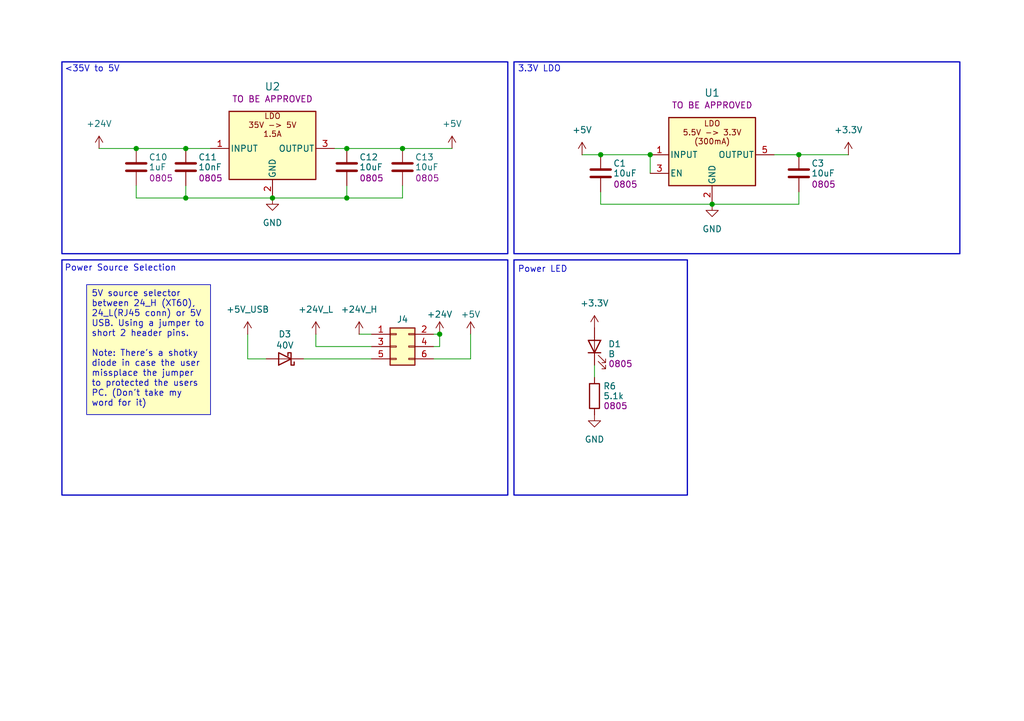
<source format=kicad_sch>
(kicad_sch (version 20231120) (generator "eeschema") (generator_version "8.0")
  (paper "A5")
  (title_block (title "ARM-JL Driver") (date "2025-02-03") (rev "REV0") (company "RobotiqueUdeS") (comment 1 "Made by Philippe Michaud"))
  (lib_symbols
    (symbol "Connector_Generic:Conn_02x03_Odd_Even" (pin_names (offset 1.016) hide)
      (property "Reference" "J" (at 1.27 5.08 0))
      (property "Value" "Conn_02x03_Odd_Even" (at 1.27 -5.08 0))
      (symbol "Conn_02x03_Odd_Even_1_1"
        (rectangle (start -1.27 -2.413) (end 0 -2.667) (stroke (width 0.1524)))
        (rectangle (start -1.27 0.127) (end 0 -0.127) (stroke (width 0.1524)))
        (rectangle (start -1.27 2.667) (end 0 2.413) (stroke (width 0.1524)))
        (rectangle (start -1.27 3.81) (end 3.81 -3.81) (stroke (width 0.254)) (fill (type background)))
        (rectangle (start 3.81 -2.413) (end 2.54 -2.667) (stroke (width 0.1524)))
        (rectangle (start 3.81 0.127) (end 2.54 -0.127) (stroke (width 0.1524)))
        (rectangle (start 3.81 2.667) (end 2.54 2.413) (stroke (width 0.1524)))
        (pin passive line (at -5.08 2.54 0) (length 3.81) (name "Pin_1") (number "1"))
        (pin passive line (at 7.62 2.54 180) (length 3.81) (name "Pin_2") (number "2"))
        (pin passive line (at -5.08 0 0) (length 3.81) (name "Pin_3") (number "3"))
        (pin passive line (at 7.62 0 180) (length 3.81) (name "Pin_4") (number "4"))
        (pin passive line (at -5.08 -2.54 0) (length 3.81) (name "Pin_5") (number "5"))
        (pin passive line (at 7.62 -2.54 180) (length 3.81) (name "Pin_6") (number "6"))
      )
    )
    (symbol "Device:D_Schottky" (pin_numbers hide) (pin_names (offset 1.016) hide)
      (property "Reference" "D" (at 0 2.54 0))
      (property "Value" "D_Schottky" (at 0 -2.54 0))
      (symbol "D_Schottky_0_1"
        (polyline (pts (xy 1.27 0) (xy -1.27 0)))
        (polyline (pts (xy 1.27 1.27) (xy 1.27 -1.27) (xy -1.27 0) (xy 1.27 1.27)) (stroke (width 0.254)))
        (polyline (pts (xy -1.905 0.635) (xy -1.905 1.27) (xy -1.27 1.27) (xy -1.27 -1.27) (xy -0.635 -1.27) (xy -0.635 -0.635)) (stroke (width 0.254)))
      )
      (symbol "D_Schottky_1_1"
        (pin passive line (at -3.81 0 0) (length 2.54) (name "K") (number "1"))
        (pin passive line (at 3.81 0 180) (length 2.54) (name "A") (number "2"))
      )
    )
    (symbol "RoverLibrary:C_0805" (pin_numbers hide) (pin_names (offset 0.254))
      (property "Reference" "C" (at 2.54 2.032 0))
      (property "Value" "~" (at 2.54 0 0))
      (property "Package" "0805" (at 2.54 -2.286 0))
      (symbol "C_0805_0_1"
        (polyline (pts (xy -2.032 -0.762) (xy 2.032 -0.762)) (stroke (width 0.508)))
        (polyline (pts (xy -2.032 0.762) (xy 2.032 0.762)) (stroke (width 0.508)))
      )
      (symbol "C_0805_1_1"
        (pin passive line (at 0 3.81 270) (length 2.794) (name "~") (number "1"))
        (pin passive line (at 0 -3.81 90) (length 2.794) (name "~") (number "2"))
      )
    )
    (symbol "RoverLibrary:LDO-LM7805MPX/NOPB" (pin_names (offset 0.254))
      (property "Reference" "U" (at 0 1.27 0))
      (property "STATUS" "TO BE APPROVED" (at 0 3.048 0))
      (symbol "LDO-LM7805MPX/NOPB_1_1"
        (rectangle (start -8.89 0) (end 8.89 -13.97) (stroke (width 0.254)) (fill (type background)))
        (text "LDO\n35V -> 5V\n1.5A\n" (at 0 -2.794 0) (effects (font (size 1.143 1.143))))
        (pin power_in line (at -12.7 -7.62 0) (length 3.81) (name "INPUT") (number "1"))
        (pin power_in line (at 0 -17.78 90) (length 3.81) (name "GND") (number "2"))
        (pin power_out line (at 12.7 -7.62 180) (length 3.81) (name "OUTPUT") (number "3"))
      )
    )
    (symbol "RoverLibrary:LDO-TLV74033PDBVR" (pin_names (offset 0.254))
      (property "Reference" "U" (at 0 1.27 0))
      (property "STATUS" "TO BE APPROVED" (at 0 3.048 0))
      (symbol "LDO-TLV74033PDBVR_1_1"
        (rectangle (start -8.89 0) (end 8.89 -13.97) (stroke (width 0.254)) (fill (type background)))
        (text "LDO\n5.5V -> 3.3V\n(300mA)" (at 0 -3.048 0) (effects (font (size 1.143 1.143))))
        (pin power_in line (at -12.7 -7.62 0) (length 3.81) (name "INPUT") (number "1"))
        (pin power_in line (at 0 -17.78 90) (length 3.81) (name "GND") (number "2"))
        (pin input line (at -12.7 -11.43 0) (length 3.81) (name "EN") (number "3"))
        (pin no_connect line (at 12.7 -11.43 180) (length 3.81) hide (name "NC") (number "4"))
        (pin power_out line (at 12.7 -7.62 180) (length 3.81) (name "OUTPUT") (number "5"))
      )
    )
    (symbol "RoverLibrary:LED" (pin_numbers hide) (pin_names (offset 1.016) hide)
      (property "Reference" "D" (at 0 2.54 0))
      (property "Value" "LED" (at 0 -2.54 0))
      (symbol "LED_0_1"
        (polyline (pts (xy -1.27 -1.27) (xy -1.27 1.27)) (stroke (width 0.254)))
        (polyline (pts (xy -1.27 0) (xy 1.27 0)))
        (polyline (pts (xy 1.27 -1.27) (xy 1.27 1.27) (xy -1.27 0) (xy 1.27 -1.27)) (stroke (width 0.254)))
        (polyline (pts (xy -3.048 -0.762) (xy -4.572 -2.286) (xy -3.81 -2.286) (xy -4.572 -2.286) (xy -4.572 -1.524)))
        (polyline (pts (xy -1.778 -0.762) (xy -3.302 -2.286) (xy -2.54 -2.286) (xy -3.302 -2.286) (xy -3.302 -1.524)))
      )
      (symbol "LED_1_1"
        (pin passive line (at -3.81 0 0) (length 2.54) (name "K") (number "1"))
        (pin passive line (at 3.81 0 180) (length 2.54) (name "A") (number "2"))
      )
    )
    (symbol "RoverLibrary:R_0805" (pin_numbers hide) (pin_names (offset 0))
      (property "Reference" "R" (at 2.032 0 90))
      (property "Value" "k" (at 0 0 90))
      (property "Package" "0805" (at -2.286 0 90))
      (symbol "R_0805_0_1"
        (rectangle (start -1.016 -2.54) (end 1.016 2.54) (stroke (width 0.254)))
      )
      (symbol "R_0805_1_1"
        (pin passive line (at 0 3.81 270) (length 1.27) (name "~") (number "1"))
        (pin passive line (at 0 -3.81 90) (length 1.27) (name "~") (number "2"))
      )
    )
    (symbol "power:+24V" (power) (pin_numbers hide) (pin_names (offset 0) hide)
      (property "Value" "+24V" (at 0 3.556 0))
      (symbol "+24V_0_1"
        (polyline (pts (xy -0.762 1.27) (xy 0 2.54)))
        (polyline (pts (xy 0 0) (xy 0 2.54)))
        (polyline (pts (xy 0 2.54) (xy 0.762 1.27)))
      )
      (symbol "+24V_1_1"
        (pin power_in line (at 0 0 90) (length 0) (name "~") (number "1"))
      )
    )
    (symbol "power:+3.3V" (power) (pin_numbers hide) (pin_names (offset 0) hide)
      (property "Value" "+3.3V" (at 0 3.556 0))
      (symbol "+3.3V_0_1"
        (polyline (pts (xy -0.762 1.27) (xy 0 2.54)))
        (polyline (pts (xy 0 0) (xy 0 2.54)))
        (polyline (pts (xy 0 2.54) (xy 0.762 1.27)))
      )
      (symbol "+3.3V_1_1"
        (pin power_in line (at 0 0 90) (length 0) (name "~") (number "1"))
      )
    )
    (symbol "power:+5V" (power) (pin_numbers hide) (pin_names (offset 0) hide)
      (property "Value" "+5V" (at 0 3.556 0))
      (symbol "+5V_0_1"
        (polyline (pts (xy -0.762 1.27) (xy 0 2.54)))
        (polyline (pts (xy 0 0) (xy 0 2.54)))
        (polyline (pts (xy 0 2.54) (xy 0.762 1.27)))
      )
      (symbol "+5V_1_1"
        (pin power_in line (at 0 0 90) (length 0) (name "~") (number "1"))
      )
    )
    (symbol "power:GND" (power) (pin_numbers hide) (pin_names (offset 0) hide)
      (property "Value" "GND" (at 0 -3.81 0))
      (symbol "GND_0_1"
        (polyline (pts (xy 0 0) (xy 0 -1.27) (xy 1.27 -1.27) (xy 0 -2.54) (xy -1.27 -1.27) (xy 0 -1.27)))
      )
      (symbol "GND_1_1"
        (pin power_in line (at 0 0 270) (length 0) (name "~") (number "1"))
      )
    )
  )
  (junction (at 71.12 40.64))
  (junction (at 27.94 30.48))
  (junction (at 123.19 31.75))
  (junction (at 71.12 30.48))
  (junction (at 55.88 40.64))
  (junction (at 90.17 68.58))
  (junction (at 38.1 40.64))
  (junction (at 146.05 41.91))
  (junction (at 38.1 30.48))
  (junction (at 133.35 31.75))
  (junction (at 82.55 30.48))
  (junction (at 163.83 31.75))
  (wire (pts (xy 158.75 31.75) (xy 163.83 31.75)))
  (wire (pts (xy 71.12 40.64) (xy 55.88 40.64)))
  (wire (pts (xy 92.71 30.48) (xy 82.55 30.48)))
  (wire (pts (xy 71.12 30.48) (xy 68.58 30.48)))
  (wire (pts (xy 133.35 31.75) (xy 133.35 35.56)))
  (wire (pts (xy 64.77 68.58) (xy 64.77 71.12)))
  (wire (pts (xy 27.94 40.64) (xy 38.1 40.64)))
  (wire (pts (xy 38.1 30.48) (xy 43.18 30.48)))
  (wire (pts (xy 38.1 40.64) (xy 55.88 40.64)))
  (wire (pts (xy 38.1 38.1) (xy 38.1 40.64)))
  (wire (pts (xy 121.92 77.47) (xy 121.92 74.93)))
  (wire (pts (xy 90.17 68.58) (xy 88.9 68.58)))
  (wire (pts (xy 73.66 68.58) (xy 76.2 68.58)))
  (wire (pts (xy 163.83 31.75) (xy 173.99 31.75)))
  (wire (pts (xy 27.94 38.1) (xy 27.94 40.64)))
  (wire (pts (xy 50.8 73.66) (xy 50.8 68.58)))
  (wire (pts (xy 96.52 73.66) (xy 96.52 68.58)))
  (wire (pts (xy 146.05 41.91) (xy 163.83 41.91)))
  (wire (pts (xy 71.12 30.48) (xy 82.55 30.48)))
  (wire (pts (xy 20.32 30.48) (xy 27.94 30.48)))
  (wire (pts (xy 82.55 38.1) (xy 82.55 40.64)))
  (wire (pts (xy 88.9 71.12) (xy 90.17 71.12)))
  (wire (pts (xy 123.19 41.91) (xy 146.05 41.91)))
  (wire (pts (xy 123.19 31.75) (xy 133.35 31.75)))
  (wire (pts (xy 82.55 40.64) (xy 71.12 40.64)))
  (wire (pts (xy 88.9 73.66) (xy 96.52 73.66)))
  (wire (pts (xy 119.38 31.75) (xy 123.19 31.75)))
  (wire (pts (xy 54.61 73.66) (xy 50.8 73.66)))
  (wire (pts (xy 64.77 71.12) (xy 76.2 71.12)))
  (wire (pts (xy 90.17 71.12) (xy 90.17 68.58)))
  (wire (pts (xy 123.19 39.37) (xy 123.19 41.91)))
  (wire (pts (xy 62.23 73.66) (xy 76.2 73.66)))
  (wire (pts (xy 71.12 38.1) (xy 71.12 40.64)))
  (wire (pts (xy 27.94 30.48) (xy 38.1 30.48)))
  (wire (pts (xy 163.83 39.37) (xy 163.83 41.91)))
  (rectangle (start 105.41 12.7) (end 196.85 52.07) (stroke (width 0.254)))
  (rectangle (start 12.7 12.7) (end 104.14 52.07) (stroke (width 0.254)))
  (rectangle (start 12.7 53.34) (end 104.14 101.6) (stroke (width 0.254)))
  (rectangle (start 105.41 53.34) (end 140.97 101.6) (stroke (width 0.254)))
  (text_box "5V source selector between 24_H (XT60), 24_L(RJ45 conn) or 5V USB. Using a jumper to short 2 header pins.\n\nNote: There's a shotky diode in case the user missplace the jumper to protected the users PC. (Don't take my word for it)" (at 17.78 58.42 0) (size 25.4 26.67) (fill (type color) (color 255 255 194 1)) (effects (font (size 1.27 1.27)) (justify left top)))
  (text "3.3V LDO" (at 106.172 14.224 0) (effects (font (size 1.27 1.27)) (justify left)))
  (text "Power LED" (at 106.172 55.372 0) (effects (font (size 1.27 1.27)) (justify left)))
  (text "<35V to 5V" (at 13.208 14.224 0) (effects (font (size 1.27 1.27)) (justify left)))
  (text "Power Source Selection" (at 13.208 55.118 0) (effects (font (size 1.27 1.27)) (justify left)))
  (symbol (lib_id "RoverLibrary:LDO-LM7805MPX/NOPB") (at 55.88 22.86 0) (unit 1)
    (property "Reference" "U2" (at 55.88 17.78 0) (effects (font (size 1.524 1.524))))
    (property "Value" "LDO-LM7805MPX/NOPB" (effects (hide yes)))
    (property "Footprint" "Package_TO_SOT_SMD:SOT-223-3_TabPin2" (effects (hide yes)))
    (property "Datasheet" "https://www.ti.com/lit/ds/symlink/lm7800.pdf" (effects (hide yes)))
    (property "Description" "7.5V-35V To 5V LDO. 1.5A" (effects (hide yes)))
    (property "STATUS" "TO BE APPROVED" (at 55.88 20.32 0))
  )
  (symbol (lib_id "RoverLibrary:C_0805") (at 38.1 34.29 0) (unit 1)
    (property "Reference" "C11" (at 40.64 32.258 0) (effects (justify left)))
    (property "Value" "10nF" (at 40.64 34.29 0) (effects (justify left)))
    (property "Footprint" "Capacitor_SMD:C_0805_2012Metric_Pad1.18x1.45mm_HandSolder" (effects (hide yes)))
    (property "Description" "Unpolarized capacitor" (effects (hide yes)))
    (property "Package" "0805" (at 40.64 36.576 0) (effects (justify left)))
  )
  (symbol (lib_id "Device:D_Schottky") (at 58.42 73.66 180) (unit 1)
    (property "Reference" "D3" (at 58.42 68.58 0))
    (property "Value" "40V" (at 58.42 70.866 0))
    (property "Footprint" "Diode_SMD:D_SMA" (effects (hide yes)))
    (property "Description" "Schottky diode" (effects (hide yes)))
  )
  (symbol (lib_id "RoverLibrary:LED") (at 121.92 71.12 90) (unit 1)
    (property "Reference" "D1" (at 124.714 70.612 90) (effects (justify right)))
    (property "Value" "B" (at 124.714 72.644 90) (effects (justify right)))
    (property "Footprint" "LED_SMD:LED_0805_2012Metric_Pad1.15x1.40mm_HandSolder" (effects (hide yes)))
    (property "Description" "Light emitting diode" (effects (hide yes)))
    (property "Package" "0805" (at 124.714 74.676 90) (effects (justify right)))
  )
  (symbol (lib_id "power:+5V") (at 20.32 30.48 0) (unit 1)
    (property "Reference" "#PWR027" (effects (hide yes)))
    (property "Value" "+24V" (at 20.32 25.4 0))
    (property "Description" "Power symbol creates a global label with name \"+5V\"" (effects (hide yes)))
  )
  (symbol (lib_id "power:+24V") (at 90.17 68.58 0) (mirror y) (unit 1)
    (property "Reference" "#PWR048" (effects (hide yes)))
    (property "Value" "+24V" (at 90.17 64.516 0))
    (property "Description" "Power symbol creates a global label with name \"+24V\"" (effects (hide yes)))
  )
  (symbol (lib_id "power:+3.3V") (at 121.92 67.31 0) (unit 1)
    (property "Reference" "#PWR011" (effects (hide yes)))
    (property "Value" "+3.3V" (at 121.92 62.23 0))
    (property "Description" "Power symbol creates a global label with name \"+3.3V\"" (effects (hide yes)))
  )
  (symbol (lib_id "RoverLibrary:C_0805") (at 163.83 35.56 0) (unit 1)
    (property "Reference" "C3" (at 166.37 33.528 0) (effects (justify left)))
    (property "Value" "10uF" (at 166.37 35.56 0) (effects (justify left)))
    (property "Footprint" "Capacitor_SMD:C_0805_2012Metric_Pad1.18x1.45mm_HandSolder" (effects (hide yes)))
    (property "Description" "Unpolarized capacitor" (effects (hide yes)))
    (property "Package" "0805" (at 166.37 37.846 0) (effects (justify left)))
  )
  (symbol (lib_id "RoverLibrary:C_0805") (at 27.94 34.29 0) (unit 1)
    (property "Reference" "C10" (at 30.48 32.258 0) (effects (justify left)))
    (property "Value" "1uF" (at 30.48 34.29 0) (effects (justify left)))
    (property "Footprint" "Capacitor_SMD:C_0805_2012Metric_Pad1.18x1.45mm_HandSolder" (effects (hide yes)))
    (property "Description" "Unpolarized capacitor" (effects (hide yes)))
    (property "Package" "0805" (at 30.48 36.576 0) (effects (justify left)))
  )
  (symbol (lib_id "power:GND") (at 55.88 40.64 0) (unit 1)
    (property "Reference" "#PWR028" (effects (hide yes)))
    (property "Value" "GND" (at 55.88 45.72 0))
    (property "Description" "Power symbol creates a global label with name \"GND\" , ground" (effects (hide yes)))
  )
  (symbol (lib_id "RoverLibrary:C_0805") (at 82.55 34.29 0) (unit 1)
    (property "Reference" "C13" (at 85.09 32.258 0) (effects (justify left)))
    (property "Value" "10uF" (at 85.09 34.29 0) (effects (justify left)))
    (property "Footprint" "Capacitor_SMD:C_0805_2012Metric_Pad1.18x1.45mm_HandSolder" (effects (hide yes)))
    (property "Description" "Unpolarized capacitor" (effects (hide yes)))
    (property "Package" "0805" (at 85.09 36.576 0) (effects (justify left)))
  )
  (symbol (lib_id "power:+5V") (at 119.38 31.75 0) (unit 1)
    (property "Reference" "#PWR01" (effects (hide yes)))
    (property "Value" "+5V" (at 119.38 26.67 0))
    (property "Description" "Power symbol creates a global label with name \"+5V\"" (effects (hide yes)))
  )
  (symbol (lib_id "power:+24V") (at 64.77 68.58 0) (mirror y) (unit 1)
    (property "Reference" "#PWR047" (effects (hide yes)))
    (property "Value" "+24V_L" (at 64.77 63.5 0))
    (property "Description" "Power symbol creates a global label with name \"+24V\"" (effects (hide yes)))
  )
  (symbol (lib_id "power:GND") (at 121.92 85.09 0) (unit 1)
    (property "Reference" "#PWR049" (effects (hide yes)))
    (property "Value" "GND" (at 121.92 90.17 0))
    (property "Description" "Power symbol creates a global label with name \"GND\" , ground" (effects (hide yes)))
  )
  (symbol (lib_id "RoverLibrary:C_0805") (at 123.19 35.56 0) (unit 1)
    (property "Reference" "C1" (at 125.73 33.528 0) (effects (justify left)))
    (property "Value" "10uF" (at 125.73 35.56 0) (effects (justify left)))
    (property "Footprint" "Capacitor_SMD:C_0805_2012Metric_Pad1.18x1.45mm_HandSolder" (effects (hide yes)))
    (property "Description" "Unpolarized capacitor" (effects (hide yes)))
    (property "Package" "0805" (at 125.73 37.846 0) (effects (justify left)))
  )
  (symbol (lib_id "power:+3.3V") (at 173.99 31.75 0) (unit 1)
    (property "Reference" "#PWR03" (effects (hide yes)))
    (property "Value" "+3.3V" (at 173.99 26.67 0))
    (property "Description" "Power symbol creates a global label with name \"+3.3V\"" (effects (hide yes)))
  )
  (symbol (lib_id "RoverLibrary:LDO-TLV74033PDBVR") (at 146.05 24.13 0) (unit 1)
    (property "Reference" "U1" (at 146.05 19.05 0) (effects (font (size 1.524 1.524))))
    (property "Value" "LDO-TLV74033PDBVR" (effects (hide yes)))
    (property "Footprint" "Package_TO_SOT_SMD:SOT-23-5_HandSoldering" (effects (hide yes)))
    (property "Datasheet" "https://mm.digikey.com/Volume0/opasdata/d220001/medias/docus/5334/TLV740P_DS.pdf" (effects (hide yes)))
    (property "Description" "LDO Fixed output 3.3V. Input range: 3.7V-5.5V. 300mA" (effects (hide yes)))
    (property "STATUS" "TO BE APPROVED" (at 146.05 21.59 0))
    (property "Digikey" "https://www.digikey.ca/en/products/detail/texas-instruments/TLV74033PDBVR/12642183" (effects (hide yes)))
  )
  (symbol (lib_id "power:GND") (at 146.05 41.91 0) (unit 1)
    (property "Reference" "#PWR02" (effects (hide yes)))
    (property "Value" "GND" (at 146.05 46.99 0))
    (property "Description" "Power symbol creates a global label with name \"GND\" , ground" (effects (hide yes)))
  )
  (symbol (lib_id "power:+5V") (at 50.8 68.58 0) (unit 1)
    (property "Reference" "#PWR013" (effects (hide yes)))
    (property "Value" "+5V_USB" (at 50.8 63.5 0))
    (property "Description" "Power symbol creates a global label with name \"+5V\"" (effects (hide yes)))
  )
  (symbol (lib_id "RoverLibrary:C_0805") (at 71.12 34.29 0) (unit 1)
    (property "Reference" "C12" (at 73.66 32.258 0) (effects (justify left)))
    (property "Value" "10uF" (at 73.66 34.29 0) (effects (justify left)))
    (property "Footprint" "Capacitor_SMD:C_0805_2012Metric_Pad1.18x1.45mm_HandSolder" (effects (hide yes)))
    (property "Description" "Unpolarized capacitor" (effects (hide yes)))
    (property "Package" "0805" (at 73.66 36.576 0) (effects (justify left)))
  )
  (symbol (lib_id "RoverLibrary:R_0805") (at 121.92 81.28 180) (unit 1)
    (property "Reference" "R6" (at 123.698 79.248 0) (effects (justify right)))
    (property "Value" "5.1k" (at 123.698 81.28 0) (effects (justify right)))
    (property "Footprint" "Resistor_SMD:R_0805_2012Metric_Pad1.20x1.40mm_HandSolder" (effects (hide yes)))
    (property "Description" "Resistor" (effects (hide yes)))
    (property "Package" "0805" (at 123.698 83.312 0) (effects (justify right)))
  )
  (symbol (lib_id "power:+5V") (at 92.71 30.48 0) (unit 1)
    (property "Reference" "#PWR029" (effects (hide yes)))
    (property "Value" "+5V" (at 92.71 25.4 0))
    (property "Description" "Power symbol creates a global label with name \"+5V\"" (effects (hide yes)))
  )
  (symbol (lib_id "power:+5V") (at 96.52 68.58 0) (unit 1)
    (property "Reference" "#PWR014" (effects (hide yes)))
    (property "Value" "+5V" (at 96.52 64.516 0))
    (property "Description" "Power symbol creates a global label with name \"+5V\"" (effects (hide yes)))
  )
  (symbol (lib_id "power:+24V") (at 73.66 68.58 0) (unit 1)
    (property "Reference" "#PWR046" (effects (hide yes)))
    (property "Value" "+24V_H" (at 73.66 63.5 0))
    (property "Description" "Power symbol creates a global label with name \"+24V\"" (effects (hide yes)))
  )
  (symbol (lib_id "Connector_Generic:Conn_02x03_Odd_Even") (at 81.28 71.12 0) (unit 1)
    (property "Reference" "J4" (at 82.55 65.532 0))
    (property "Value" "Conn_02x03_Odd_Even" (effects (hide yes)))
    (property "Footprint" "Connector_PinHeader_2.54mm:PinHeader_2x03_P2.54mm_Vertical_SMD" (effects (hide yes)))
    (property "Description" "Generic connector, double row, 02x03, odd/even pin numbering scheme (row 1 odd numbers, row 2 even numbers), script generated (kicad-library-utils/schlib/autogen/connector/)" (effects (hide yes)))
  )
)
</source>
